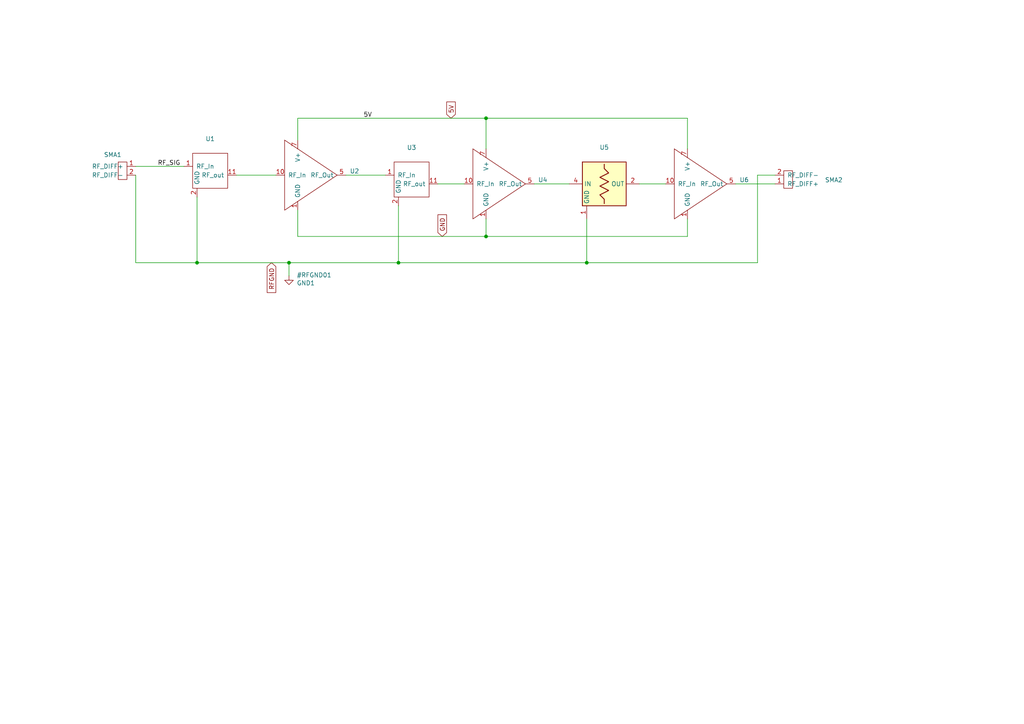
<source format=kicad_sch>
(kicad_sch (version 20211123) (generator eeschema)
  (paper "A4")
  (title_block (title "LNA Side") (date "2021-06-18") (rev "2") (company "Make to Innovate") (comment 1 "Matthew E. Nelson"))
  (lib_symbols
    (symbol "RF:LAT-3"
      (property "Reference" "U" (at -6.35 7.62 0))
      (property "Value" "LAT-3" (at 6.35 7.62 0))
      (symbol "LAT-3_0_1"
        (rectangle (start -6.35 6.35) (end 6.35 -6.35) (stroke (width 0.254)) (fill (type background)))
        (polyline (pts (xy 0 -5.715) (xy 0 -4.445) (xy -1.27 -3.175) (xy 1.27 -1.905) (xy -1.27 -0.635) (xy 1.27 0.635) (xy -1.27 1.905) (xy 1.27 3.175) (xy 0 4.445) (xy 0 5.715)) (stroke (width 0.254)))
      )
      (symbol "LAT-3_1_1"
        (pin power_in line (at -5.08 -10.16 90) (length 3.81) (name "GND") (number "1"))
        (pin output line (at 10.16 0 180) (length 3.81) (name "OUT") (number "2"))
        (pin passive line (at -5.08 -10.16 90) (length 3.81) hide (name "GND") (number "3"))
        (pin input line (at -10.16 0 0) (length 3.81) (name "IN") (number "4"))
      )
    )
    (symbol "mini-circuits:CBP" (pin_names (offset 1.016))
      (property "Reference" "U" (at 0 -3.81 0))
      (property "Value" "CBP" (at 0 3.81 0))
      (symbol "CBP_0_0"
        (pin passive line (at -3.81 -7.62 90) (length 2.54) hide (name "GND") (number "10"))
        (pin passive line (at -3.81 -7.62 90) (length 2.54) hide (name "GND") (number "12"))
        (pin passive line (at -3.81 -7.62 90) (length 2.54) hide (name "GND") (number "13"))
        (pin passive line (at -3.81 -7.62 90) (length 2.54) hide (name "GND") (number "14"))
        (pin passive line (at -3.81 -8.89 90) (length 2.54) hide (name "GND") (number "15"))
        (pin passive line (at -3.81 -7.62 90) (length 2.54) hide (name "GND") (number "16"))
        (pin passive line (at -3.81 -7.62 90) (length 2.54) hide (name "GND") (number "3"))
        (pin passive line (at -3.81 -7.62 90) (length 2.54) hide (name "GND") (number "4"))
        (pin passive line (at -3.81 -7.62 90) (length 2.54) hide (name "GND") (number "5"))
        (pin passive line (at -3.81 -7.62 90) (length 2.54) hide (name "GND") (number "6"))
        (pin passive line (at -3.81 -8.89 90) (length 2.54) hide (name "GND") (number "7"))
        (pin passive line (at -3.81 -7.62 90) (length 2.54) hide (name "GND") (number "8"))
        (pin passive line (at -3.81 -7.62 90) (length 2.54) hide (name "GND") (number "9"))
      )
      (symbol "CBP_0_1"
        (rectangle (start -5.08 5.08) (end 5.08 -5.08))
      )
      (symbol "CBP_1_1"
        (pin input line (at -7.62 1.27 0) (length 2.54) (name "RF_In") (number "1"))
        (pin output line (at 7.62 -1.27 180) (length 2.54) (name "RF_out") (number "11"))
        (pin power_in line (at -3.81 -7.62 90) (length 2.54) (name "GND") (number "2"))
      )
    )
    (symbol "mini-circuits:TAMP" (pin_names (offset 1.016))
      (property "Reference" "U" (at -1.27 -2.54 0))
      (property "Value" "TAMP" (at 0 2.54 0))
      (symbol "TAMP_0_0"
        (pin power_in line (at -1.27 -10.16 90) (length 2.54) (name "GND") (number "1"))
        (pin input line (at -7.62 0 0) (length 2.54) (name "RF_In") (number "10"))
        (pin passive line (at -1.27 -10.16 90) (length 2.54) hide (name "GND") (number "11"))
        (pin passive line (at -1.27 -10.16 90) (length 2.54) hide (name "GND") (number "2"))
        (pin passive line (at -1.27 -10.16 90) (length 2.54) hide (name "GND") (number "3"))
        (pin passive line (at -1.27 -10.16 90) (length 2.54) hide (name "GND") (number "4"))
        (pin output line (at 12.7 0 180) (length 2.54) (name "RF_Out") (number "5"))
        (pin passive line (at -1.27 -10.16 90) (length 2.54) hide (name "GND") (number "6"))
        (pin power_in line (at -1.27 10.16 270) (length 2.54) (name "V+") (number "7"))
        (pin passive line (at -1.27 -10.16 90) (length 2.54) hide (name "GND") (number "8"))
        (pin passive line (at -1.27 -10.16 90) (length 2.54) hide (name "GND") (number "9"))
        (pin passive line (at -1.27 -10.16 90) (length 2.54) hide (name "GND") (number "9"))
      )
      (symbol "TAMP_0_1"
        (polyline (pts (xy -5.08 10.16) (xy -5.08 8.89) (xy -5.08 -10.16) (xy 10.16 0) (xy -5.08 10.16)))
      )
    )
    (symbol "payload_board-rescue:Molex-MMCX-SMD" (pin_names (offset 1.016))
      (property "Reference" "SMA" (at 3.81 3.81 0))
      (symbol "Molex-MMCX-SMD_0_1"
        (rectangle (start -1.27 0) (end 3.81 -2.54))
      )
      (symbol "Molex-MMCX-SMD_1_1"
        (pin bidirectional line (at 0 2.54 270) (length 2.54) (name "RF_DIFF+") (number "1"))
        (pin bidirectional line (at 2.54 2.54 270) (length 2.54) (name "RF_DIFF-") (number "2"))
      )
    )
    (symbol "power:GND1" (power) (pin_names (offset 0))
      (property "Value" "GND1" (at 0 -3.81 0))
      (symbol "GND1_0_1"
        (polyline (pts (xy 0 0) (xy 0 -1.27) (xy 1.27 -1.27) (xy 0 -2.54) (xy -1.27 -1.27) (xy 0 -1.27)))
      )
      (symbol "GND1_1_1"
        (pin power_in line (at 0 0 270) (length 0) hide (name "GND1") (number "1"))
      )
    )
  )
  (junction (at 170.18 76.2))
  (junction (at 57.15 76.2))
  (junction (at 140.97 68.58))
  (junction (at 83.82 76.2))
  (junction (at 115.57 76.2))
  (junction (at 140.97 34.29))
  (wire (pts (xy 199.39 34.29) (xy 140.97 34.29)))
  (wire (pts (xy 224.79 50.8) (xy 219.71 50.8)))
  (wire (pts (xy 68.58 50.8) (xy 80.01 50.8)))
  (wire (pts (xy 86.36 40.64) (xy 86.36 34.29)))
  (wire (pts (xy 100.33 50.8) (xy 111.76 50.8)))
  (wire (pts (xy 86.36 34.29) (xy 140.97 34.29)))
  (wire (pts (xy 39.37 48.26) (xy 53.34 48.26)))
  (wire (pts (xy 170.18 63.5) (xy 170.18 76.2)))
  (wire (pts (xy 83.82 76.2) (xy 115.57 76.2)))
  (wire (pts (xy 219.71 50.8) (xy 219.71 76.2)))
  (wire (pts (xy 86.36 68.58) (xy 140.97 68.58)))
  (wire (pts (xy 185.42 53.34) (xy 193.04 53.34)))
  (wire (pts (xy 57.15 57.15) (xy 57.15 76.2)))
  (wire (pts (xy 140.97 43.18) (xy 140.97 34.29)))
  (wire (pts (xy 83.82 76.2) (xy 83.82 80.01)))
  (wire (pts (xy 86.36 60.96) (xy 86.36 68.58)))
  (wire (pts (xy 115.57 76.2) (xy 170.18 76.2)))
  (wire (pts (xy 199.39 43.18) (xy 199.39 34.29)))
  (wire (pts (xy 154.94 53.34) (xy 165.1 53.34)))
  (wire (pts (xy 57.15 76.2) (xy 83.82 76.2)))
  (wire (pts (xy 140.97 63.5) (xy 140.97 68.58)))
  (wire (pts (xy 224.79 53.34) (xy 213.36 53.34)))
  (wire (pts (xy 127 53.34) (xy 134.62 53.34)))
  (wire (pts (xy 39.37 76.2) (xy 57.15 76.2)))
  (wire (pts (xy 199.39 68.58) (xy 199.39 63.5)))
  (wire (pts (xy 115.57 59.69) (xy 115.57 76.2)))
  (wire (pts (xy 170.18 76.2) (xy 219.71 76.2)))
  (wire (pts (xy 140.97 68.58) (xy 199.39 68.58)))
  (wire (pts (xy 39.37 50.8) (xy 39.37 76.2)))
  (label "5V" (at 105.41 34.29 0))
  (label "RF_SIG" (at 45.72 48.26 0))
  (global_label "RFGND" (shape input) (at 78.74 76.2 270) (property "Intersheet References" "${INTERSHEET_REFS}" (effects hide)))
  (global_label "5V" (shape input) (at 130.81 34.29 90) (property "Intersheet References" "${INTERSHEET_REFS}" (effects hide)))
  (global_label "GND" (shape input) (at 128.27 68.58 90) (property "Intersheet References" "${INTERSHEET_REFS}" (effects hide)))
  (symbol (lib_id "RF:LAT-3") (at 175.26 53.34 0) (unit 1)
    (property "Reference" "U5" (at 175.26 42.7482 0))
    (property "Datasheet" "https://www.minicircuits.com/pdfs/LAT-3+.pdf" (effects hide))
  )
  (symbol (lib_id "mini-circuits:TAMP") (at 87.63 50.8 0) (unit 1)
    (property "Reference" "U2" (at 101.4476 49.6316 0) (effects (justify left)))
  )
  (symbol (lib_id "mini-circuits:TAMP") (at 142.24 53.34 0) (unit 1)
    (property "Reference" "U4" (at 156.0576 52.1716 0) (effects (justify left)))
  )
  (symbol (lib_id "mini-circuits:TAMP") (at 200.66 53.34 0) (unit 1)
    (property "Reference" "U6" (at 214.4776 52.1716 0) (effects (justify left)))
  )
  (symbol (lib_id "mini-circuits:CBP") (at 60.96 49.53 0) (unit 1)
    (property "Reference" "U1" (at 60.96 40.259 0))
  )
  (symbol (lib_id "mini-circuits:CBP") (at 119.38 52.07 0) (unit 1)
    (property "Reference" "U3" (at 119.38 42.799 0))
  )
  (symbol (lib_id "payload_board-rescue:Molex-MMCX-SMD") (at 36.83 48.26 270) (unit 1)
    (property "Reference" "SMA1" (at 32.6898 44.8818 90))
  )
  (symbol (lib_id "payload_board-rescue:Molex-MMCX-SMD") (at 227.33 53.34 90) (unit 1)
    (property "Reference" "SMA2" (at 239.2426 52.197 90) (effects (justify right)))
  )
  (symbol (lib_id "power:GND1") (at 83.82 80.01 0) (unit 1)
    (property "Reference" "#RFGND01" (at 86.0552 79.7814 0) (effects (justify left)))
  )
)
</source>
